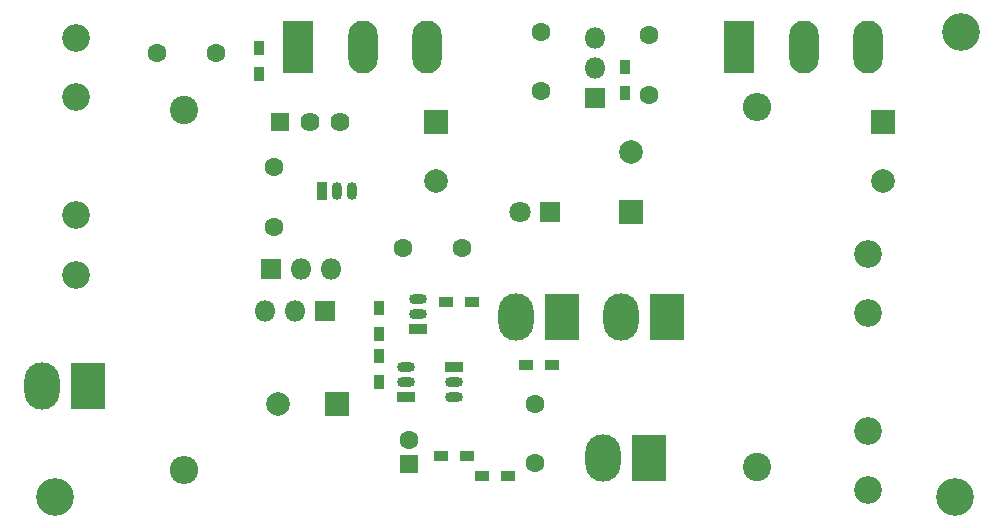
<source format=gbs>
G04 #@! TF.GenerationSoftware,KiCad,Pcbnew,(2018-01-30 revision 342197bb3)-makepkg*
G04 #@! TF.CreationDate,2019-02-26T10:02:36-05:00*
G04 #@! TF.ProjectId,AAMB,41414D422E6B696361645F7063620000,rev?*
G04 #@! TF.SameCoordinates,Original*
G04 #@! TF.FileFunction,Soldermask,Bot*
G04 #@! TF.FilePolarity,Negative*
%FSLAX46Y46*%
G04 Gerber Fmt 4.6, Leading zero omitted, Abs format (unit mm)*
G04 Created by KiCad (PCBNEW (2018-01-30 revision 342197bb3)-makepkg) date 02/26/19 10:02:36*
%MOMM*%
%LPD*%
G01*
G04 APERTURE LIST*
%ADD10C,3.200000*%
%ADD11C,1.600000*%
%ADD12R,1.600000X1.600000*%
%ADD13C,2.000000*%
%ADD14R,2.000000X2.000000*%
%ADD15C,1.800000*%
%ADD16R,1.800000X1.800000*%
%ADD17C,2.350000*%
%ADD18O,3.000000X4.000000*%
%ADD19R,3.000000X4.000000*%
%ADD20O,1.500000X0.900000*%
%ADD21R,1.500000X0.900000*%
%ADD22O,1.800000X1.800000*%
%ADD23R,0.900000X1.500000*%
%ADD24O,0.900000X1.500000*%
%ADD25R,2.500000X4.500000*%
%ADD26O,2.500000X4.500000*%
%ADD27R,1.200000X0.900000*%
%ADD28R,0.900000X1.200000*%
%ADD29O,2.400000X2.400000*%
%ADD30C,2.400000*%
%ADD31C,1.620000*%
%ADD32R,1.620000X1.620000*%
G04 APERTURE END LIST*
D10*
X125476000Y-96012000D03*
D11*
X155448000Y-91218000D03*
D12*
X155448000Y-93218000D03*
D11*
X166116000Y-93138000D03*
X166116000Y-88138000D03*
D13*
X144352000Y-88138000D03*
D14*
X149352000Y-88138000D03*
D11*
X144018000Y-73152000D03*
X144018000Y-68152000D03*
D14*
X174244000Y-71882000D03*
D13*
X174244000Y-66882000D03*
D11*
X166624000Y-61642000D03*
X166624000Y-56642000D03*
X139112000Y-58420000D03*
X134112000Y-58420000D03*
X154940000Y-74930000D03*
X159940000Y-74930000D03*
X175768000Y-56976000D03*
X175768000Y-61976000D03*
D14*
X157734000Y-64262000D03*
D13*
X157734000Y-69262000D03*
X195580000Y-69262000D03*
D14*
X195580000Y-64262000D03*
D15*
X164846000Y-71882000D03*
D16*
X167386000Y-71882000D03*
D17*
X127254000Y-62216000D03*
X127254000Y-57216000D03*
X127254000Y-72216000D03*
X127254000Y-77216000D03*
X194310000Y-95438000D03*
X194310000Y-90438000D03*
X194310000Y-75438000D03*
X194310000Y-80438000D03*
D18*
X164439600Y-80772000D03*
D19*
X168402000Y-80772000D03*
D20*
X159258000Y-86325500D03*
X159258000Y-87595500D03*
D21*
X159258000Y-85055500D03*
D20*
X156210000Y-80518000D03*
X156210000Y-79248000D03*
D21*
X156210000Y-81788000D03*
X155194000Y-87595500D03*
D20*
X155194000Y-85055500D03*
X155194000Y-86325500D03*
D22*
X143256000Y-80264000D03*
X145796000Y-80264000D03*
D16*
X148336000Y-80264000D03*
D23*
X148082000Y-70104000D03*
D24*
X150622000Y-70104000D03*
X149352000Y-70104000D03*
D22*
X148844000Y-76708000D03*
X146304000Y-76708000D03*
D16*
X143764000Y-76708000D03*
X171196000Y-62230000D03*
D22*
X171196000Y-59690000D03*
X171196000Y-57150000D03*
D25*
X146050000Y-57912000D03*
D26*
X151500000Y-57912000D03*
X156950000Y-57912000D03*
X194288000Y-57912000D03*
X188838000Y-57912000D03*
D25*
X183388000Y-57912000D03*
D27*
X163830000Y-94234000D03*
X161630000Y-94234000D03*
X160281000Y-92544000D03*
X158081000Y-92544000D03*
D28*
X152908000Y-80010000D03*
X152908000Y-82210000D03*
X152908000Y-84074000D03*
X152908000Y-86274000D03*
D27*
X158582000Y-79502000D03*
X160782000Y-79502000D03*
D28*
X142748000Y-57998000D03*
X142748000Y-60198000D03*
X173736000Y-61806000D03*
X173736000Y-59606000D03*
D29*
X136398000Y-93726000D03*
D30*
X136398000Y-63246000D03*
X184912000Y-93472000D03*
D29*
X184912000Y-62992000D03*
D27*
X165354000Y-84836000D03*
X167554000Y-84836000D03*
D31*
X149606000Y-64262000D03*
X147066000Y-64262000D03*
D32*
X144526000Y-64262000D03*
D18*
X171805600Y-92710000D03*
D19*
X175768000Y-92710000D03*
D18*
X173329600Y-80772000D03*
D19*
X177292000Y-80772000D03*
X128270000Y-86614000D03*
D18*
X124307600Y-86614000D03*
D10*
X201676000Y-96012000D03*
X202184000Y-56642000D03*
M02*

</source>
